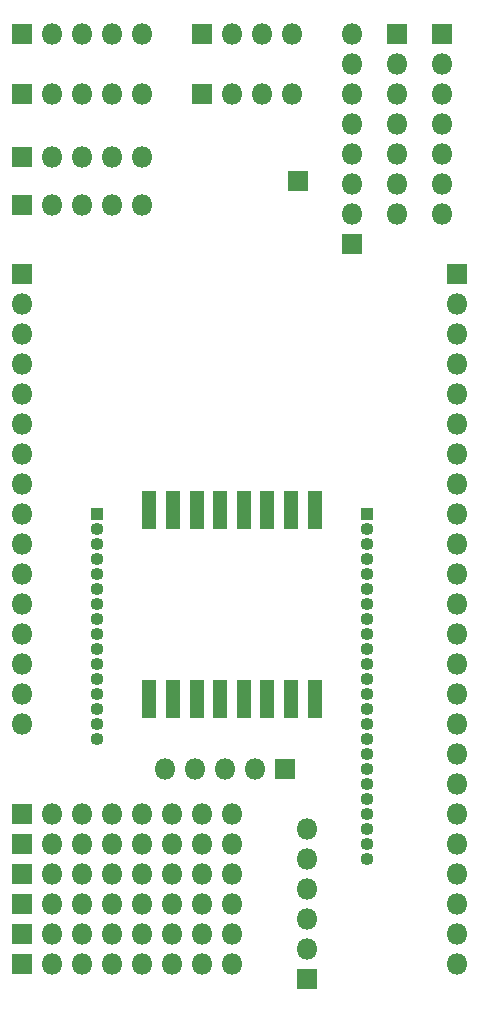
<source format=gbr>
%TF.GenerationSoftware,KiCad,Pcbnew,(5.1.6)-1*%
%TF.CreationDate,2020-08-14T19:02:09+02:00*%
%TF.ProjectId,ESP32-S2-WROOM,45535033-322d-4533-922d-57524f4f4d2e,1.2*%
%TF.SameCoordinates,Original*%
%TF.FileFunction,Soldermask,Bot*%
%TF.FilePolarity,Negative*%
%FSLAX46Y46*%
G04 Gerber Fmt 4.6, Leading zero omitted, Abs format (unit mm)*
G04 Created by KiCad (PCBNEW (5.1.6)-1) date 2020-08-14 19:02:09*
%MOMM*%
%LPD*%
G01*
G04 APERTURE LIST*
%ADD10O,1.100000X1.100000*%
%ADD11R,1.100000X1.100000*%
%ADD12R,1.800000X1.800000*%
%ADD13O,1.800000X1.800000*%
%ADD14R,1.300000X3.300000*%
G04 APERTURE END LIST*
D10*
%TO.C,J2*%
X85090000Y-101600000D03*
X85090000Y-100330000D03*
X85090000Y-99060000D03*
X85090000Y-97790000D03*
X85090000Y-96520000D03*
X85090000Y-95250000D03*
X85090000Y-93980000D03*
X85090000Y-92710000D03*
X85090000Y-91440000D03*
X85090000Y-90170000D03*
X85090000Y-88900000D03*
X85090000Y-87630000D03*
X85090000Y-86360000D03*
X85090000Y-85090000D03*
X85090000Y-83820000D03*
D11*
X85090000Y-82550000D03*
%TD*%
D10*
%TO.C,J3*%
X107950000Y-111760000D03*
X107950000Y-110490000D03*
X107950000Y-109220000D03*
X107950000Y-107950000D03*
X107950000Y-106680000D03*
X107950000Y-105410000D03*
X107950000Y-104140000D03*
X107950000Y-102870000D03*
X107950000Y-101600000D03*
X107950000Y-100330000D03*
X107950000Y-99060000D03*
X107950000Y-97790000D03*
X107950000Y-96520000D03*
X107950000Y-95250000D03*
X107950000Y-93980000D03*
X107950000Y-92710000D03*
X107950000Y-91440000D03*
X107950000Y-90170000D03*
X107950000Y-88900000D03*
X107950000Y-87630000D03*
X107950000Y-86360000D03*
X107950000Y-85090000D03*
X107950000Y-83820000D03*
D11*
X107950000Y-82550000D03*
%TD*%
D12*
%TO.C,J4*%
X115570000Y-62230000D03*
D13*
X115570000Y-64770000D03*
X115570000Y-67310000D03*
X115570000Y-69850000D03*
X115570000Y-72390000D03*
X115570000Y-74930000D03*
X115570000Y-77470000D03*
X115570000Y-80010000D03*
X115570000Y-82550000D03*
X115570000Y-85090000D03*
X115570000Y-87630000D03*
X115570000Y-90170000D03*
X115570000Y-92710000D03*
X115570000Y-95250000D03*
X115570000Y-97790000D03*
X115570000Y-100330000D03*
X115570000Y-102870000D03*
X115570000Y-105410000D03*
X115570000Y-107950000D03*
X115570000Y-110490000D03*
X115570000Y-113030000D03*
X115570000Y-115570000D03*
X115570000Y-118110000D03*
X115570000Y-120650000D03*
%TD*%
D12*
%TO.C,J1*%
X78740000Y-62230000D03*
D13*
X78740000Y-64770000D03*
X78740000Y-67310000D03*
X78740000Y-69850000D03*
X78740000Y-72390000D03*
X78740000Y-74930000D03*
X78740000Y-77470000D03*
X78740000Y-80010000D03*
X78740000Y-82550000D03*
X78740000Y-85090000D03*
X78740000Y-87630000D03*
X78740000Y-90170000D03*
X78740000Y-92710000D03*
X78740000Y-95250000D03*
X78740000Y-97790000D03*
X78740000Y-100330000D03*
%TD*%
D12*
%TO.C,J5*%
X78740000Y-41910000D03*
D13*
X81280000Y-41910000D03*
X83820000Y-41910000D03*
X86360000Y-41910000D03*
X88900000Y-41910000D03*
%TD*%
D12*
%TO.C,J6*%
X93980000Y-41910000D03*
D13*
X96520000Y-41910000D03*
X99060000Y-41910000D03*
X101600000Y-41910000D03*
%TD*%
%TO.C,J7*%
X101600000Y-46990000D03*
X99060000Y-46990000D03*
X96520000Y-46990000D03*
D12*
X93980000Y-46990000D03*
%TD*%
%TO.C,J8*%
X106680000Y-59690000D03*
D13*
X106680000Y-57150000D03*
X106680000Y-54610000D03*
X106680000Y-52070000D03*
X106680000Y-49530000D03*
X106680000Y-46990000D03*
X106680000Y-44450000D03*
X106680000Y-41910000D03*
%TD*%
D12*
%TO.C,J9*%
X110490000Y-41910000D03*
D13*
X110490000Y-44450000D03*
X110490000Y-46990000D03*
X110490000Y-49530000D03*
X110490000Y-52070000D03*
X110490000Y-54610000D03*
X110490000Y-57150000D03*
%TD*%
%TO.C,J10*%
X114300000Y-57150000D03*
X114300000Y-54610000D03*
X114300000Y-52070000D03*
X114300000Y-49530000D03*
X114300000Y-46990000D03*
X114300000Y-44450000D03*
D12*
X114300000Y-41910000D03*
%TD*%
%TO.C,J11*%
X102108000Y-54356000D03*
%TD*%
%TO.C,J12*%
X78740000Y-46990000D03*
D13*
X81280000Y-46990000D03*
X83820000Y-46990000D03*
X86360000Y-46990000D03*
X88900000Y-46990000D03*
%TD*%
D12*
%TO.C,J13*%
X78740000Y-52324000D03*
D13*
X81280000Y-52324000D03*
X83820000Y-52324000D03*
X86360000Y-52324000D03*
X88900000Y-52324000D03*
%TD*%
%TO.C,J14*%
X88900000Y-56388000D03*
X86360000Y-56388000D03*
X83820000Y-56388000D03*
X81280000Y-56388000D03*
D12*
X78740000Y-56388000D03*
%TD*%
%TO.C,J15*%
X78740000Y-120650000D03*
D13*
X81280000Y-120650000D03*
X83820000Y-120650000D03*
X86360000Y-120650000D03*
X88900000Y-120650000D03*
X91440000Y-120650000D03*
X93980000Y-120650000D03*
X96520000Y-120650000D03*
%TD*%
%TO.C,J16*%
X96520000Y-118110000D03*
X93980000Y-118110000D03*
X91440000Y-118110000D03*
X88900000Y-118110000D03*
X86360000Y-118110000D03*
X83820000Y-118110000D03*
X81280000Y-118110000D03*
D12*
X78740000Y-118110000D03*
%TD*%
%TO.C,J17*%
X78740000Y-115570000D03*
D13*
X81280000Y-115570000D03*
X83820000Y-115570000D03*
X86360000Y-115570000D03*
X88900000Y-115570000D03*
X91440000Y-115570000D03*
X93980000Y-115570000D03*
X96520000Y-115570000D03*
%TD*%
%TO.C,J18*%
X96520000Y-113030000D03*
X93980000Y-113030000D03*
X91440000Y-113030000D03*
X88900000Y-113030000D03*
X86360000Y-113030000D03*
X83820000Y-113030000D03*
X81280000Y-113030000D03*
D12*
X78740000Y-113030000D03*
%TD*%
%TO.C,J19*%
X78740000Y-110490000D03*
D13*
X81280000Y-110490000D03*
X83820000Y-110490000D03*
X86360000Y-110490000D03*
X88900000Y-110490000D03*
X91440000Y-110490000D03*
X93980000Y-110490000D03*
X96520000Y-110490000D03*
%TD*%
D12*
%TO.C,J20*%
X78740000Y-107950000D03*
D13*
X81280000Y-107950000D03*
X83820000Y-107950000D03*
X86360000Y-107950000D03*
X88900000Y-107950000D03*
X91440000Y-107950000D03*
X93980000Y-107950000D03*
X96520000Y-107950000D03*
%TD*%
D12*
%TO.C,J21*%
X100965000Y-104140000D03*
D13*
X98425000Y-104140000D03*
X95885000Y-104140000D03*
X93345000Y-104140000D03*
X90805000Y-104140000D03*
%TD*%
D12*
%TO.C,J23*%
X102870000Y-121920000D03*
D13*
X102870000Y-119380000D03*
X102870000Y-116840000D03*
X102870000Y-114300000D03*
X102870000Y-111760000D03*
X102870000Y-109220000D03*
%TD*%
D14*
%TO.C,U1*%
X103520000Y-98170000D03*
X101520000Y-98170000D03*
X99520000Y-98170000D03*
X97520000Y-98170000D03*
X95520000Y-98170000D03*
X93520000Y-98170000D03*
X91520000Y-98170000D03*
X89520000Y-98170000D03*
X89520000Y-82170000D03*
X91520000Y-82170000D03*
X93520000Y-82170000D03*
X95520000Y-82170000D03*
X97520000Y-82170000D03*
X99520000Y-82170000D03*
X101520000Y-82170000D03*
X103520000Y-82170000D03*
%TD*%
M02*

</source>
